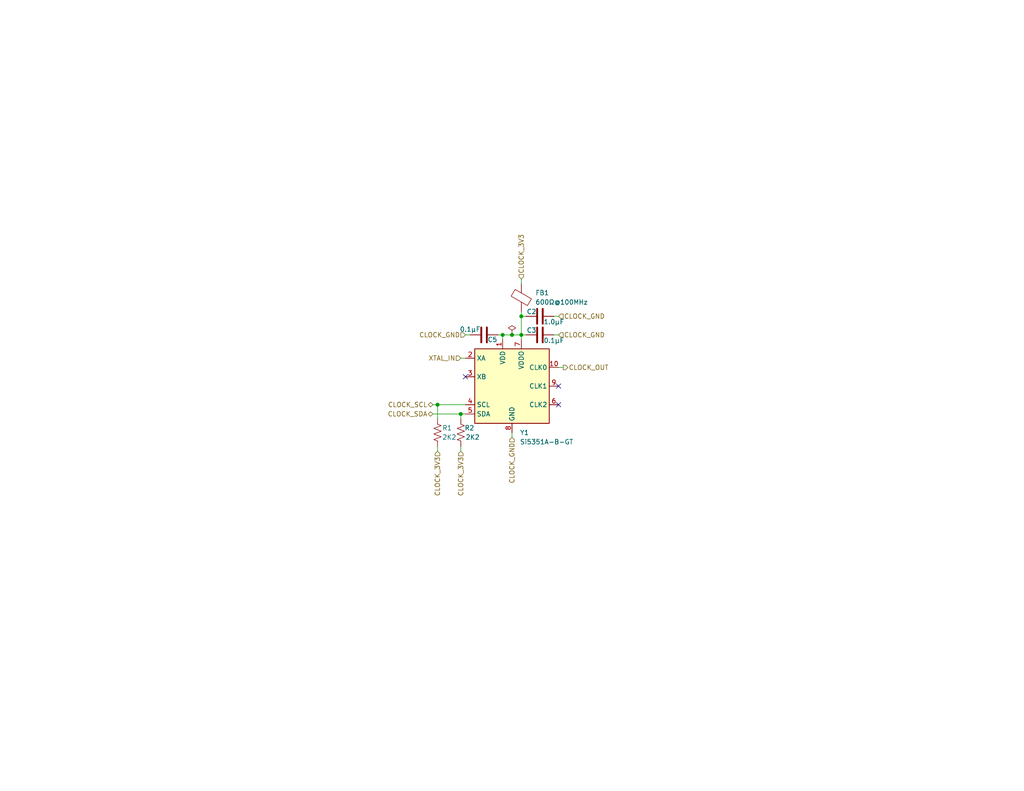
<source format=kicad_sch>
(kicad_sch (version 20250114) (generator "eeschema") (generator_version "9.0")
  (paper "A")
  (title_block (title "Si5351 Clock Generator Circuit") (date "2026-02-03") (rev "0") (company "Lee C. Bussy [AA0NT]"))
  (lib_symbols
    (symbol "Device:C" (pin_numbers (hide yes)) (pin_names (offset 0.254))
      (property "Reference" "C" (at 0.635 2.54 0))
      (property "Value" "C" (at 0.635 -2.54 0))
      (symbol "C_0_1"
        (polyline (pts (xy -2.032 0.762) (xy 2.032 0.762)) (stroke (width 0.508)))
        (polyline (pts (xy -2.032 -0.762) (xy 2.032 -0.762)) (stroke (width 0.508)))
      )
      (symbol "C_1_1"
        (pin passive line (at 0 3.81 270) (length 2.794) (name "~") (number "1"))
        (pin passive line (at 0 -3.81 90) (length 2.794) (name "~") (number "2"))
      )
    )
    (symbol "Device:FerriteBead" (pin_numbers (hide yes)) (pin_names (offset 0))
      (property "Reference" "FB" (at -3.81 0.635 90))
      (property "Value" "FerriteBead" (at 3.81 0 90))
      (symbol "FerriteBead_0_1"
        (polyline (pts (xy -2.7686 0.4064) (xy -1.7018 2.2606) (xy 2.7686 -0.3048) (xy 1.6764 -2.159) (xy -2.7686 0.4064)))
        (polyline (pts (xy 0 1.27) (xy 0 1.2954)))
        (polyline (pts (xy 0 -1.27) (xy 0 -1.2192)))
      )
      (symbol "FerriteBead_1_1"
        (pin passive line (at 0 3.81 270) (length 2.54) (name "~") (number "1"))
        (pin passive line (at 0 -3.81 90) (length 2.54) (name "~") (number "2"))
      )
    )
    (symbol "Device:R_US" (pin_numbers (hide yes)) (pin_names (offset 0))
      (property "Reference" "R" (at 2.54 0 90))
      (property "Value" "R_US" (at -2.54 0 90))
      (symbol "R_US_0_1"
        (polyline (pts (xy 0 2.286) (xy 0 2.54)))
        (polyline (pts (xy 0 2.286) (xy 1.016 1.905) (xy 0 1.524) (xy -1.016 1.143) (xy 0 0.762)))
        (polyline (pts (xy 0 0.762) (xy 1.016 0.381) (xy 0 0) (xy -1.016 -0.381) (xy 0 -0.762)))
        (polyline (pts (xy 0 -0.762) (xy 1.016 -1.143) (xy 0 -1.524) (xy -1.016 -1.905) (xy 0 -2.286)))
        (polyline (pts (xy 0 -2.286) (xy 0 -2.54)))
      )
      (symbol "R_US_1_1"
        (pin passive line (at 0 3.81 270) (length 1.27) (name "~") (number "1"))
        (pin passive line (at 0 -3.81 90) (length 1.27) (name "~") (number "2"))
      )
    )
    (symbol "Oscillator:Si5351A-B-GT"
      (property "Reference" "Y" (at -8.89 11.43 0))
      (property "Value" "Si5351A-B-GT" (at -12.7 -12.7 0))
      (symbol "Si5351A-B-GT_0_1"
        (rectangle (start -10.16 10.16) (end 10.16 -10.16) (stroke (width 0.254)) (fill (type background)))
      )
      (symbol "Si5351A-B-GT_1_1"
        (pin input line (at -12.7 7.62 0) (length 2.54) (name "XA") (number "2"))
        (pin input line (at -12.7 2.54 0) (length 2.54) (name "XB") (number "3"))
        (pin input line (at -12.7 -5.08 0) (length 2.54) (name "SCL") (number "4"))
        (pin bidirectional line (at -12.7 -7.62 0) (length 2.54) (name "SDA") (number "5"))
        (pin power_in line (at -2.54 12.7 270) (length 2.54) (name "VDD") (number "1"))
        (pin power_in line (at 0 -12.7 90) (length 2.54) (name "GND") (number "8"))
        (pin power_in line (at 2.54 12.7 270) (length 2.54) (name "VDDO") (number "7"))
        (pin output line (at 12.7 5.08 180) (length 2.54) (name "CLK0") (number "10"))
        (pin output line (at 12.7 0 180) (length 2.54) (name "CLK1") (number "9"))
        (pin output line (at 12.7 -5.08 180) (length 2.54) (name "CLK2") (number "6"))
      )
    )
    (symbol "power:PWR_FLAG" (power) (pin_numbers (hide yes)) (pin_names (offset 0) (hide yes))
      (property "Value" "PWR_FLAG" (at 0 3.81 0))
      (symbol "PWR_FLAG_0_0"
        (pin power_out line (at 0 0 90) (length 0) (name "~") (number "1"))
      )
      (symbol "PWR_FLAG_0_1"
        (polyline (pts (xy 0 0) (xy 0 1.27) (xy -1.016 1.905) (xy 0 2.54) (xy 1.016 1.905) (xy 0 1.27)))
      )
    )
  )
  (junction (at 139.7 91.44))
  (junction (at 142.24 86.36))
  (junction (at 125.73 113.03))
  (junction (at 119.38 110.49))
  (junction (at 137.16 91.44))
  (junction (at 142.24 91.44))
  (no_connect (at 127 102.87))
  (no_connect (at 152.4 110.49))
  (no_connect (at 152.4 105.41))
  (wire (pts (xy 119.38 110.49) (xy 127 110.49)))
  (wire (pts (xy 142.24 92.71) (xy 142.24 91.44)))
  (wire (pts (xy 153.67 100.33) (xy 152.4 100.33)))
  (wire (pts (xy 118.11 113.03) (xy 125.73 113.03)))
  (wire (pts (xy 125.73 113.03) (xy 125.73 114.3)))
  (wire (pts (xy 128.27 91.44) (xy 127 91.44)))
  (wire (pts (xy 142.24 86.36) (xy 142.24 91.44)))
  (wire (pts (xy 151.13 86.36) (xy 152.4 86.36)))
  (wire (pts (xy 118.11 110.49) (xy 119.38 110.49)))
  (wire (pts (xy 142.24 85.09) (xy 142.24 86.36)))
  (wire (pts (xy 142.24 91.44) (xy 143.51 91.44)))
  (wire (pts (xy 139.7 91.44) (xy 142.24 91.44)))
  (wire (pts (xy 125.73 97.79) (xy 127 97.79)))
  (wire (pts (xy 139.7 118.11) (xy 139.7 119.38)))
  (wire (pts (xy 137.16 91.44) (xy 139.7 91.44)))
  (wire (pts (xy 127 113.03) (xy 125.73 113.03)))
  (wire (pts (xy 143.51 86.36) (xy 142.24 86.36)))
  (wire (pts (xy 137.16 92.71) (xy 137.16 91.44)))
  (wire (pts (xy 137.16 91.44) (xy 135.89 91.44)))
  (wire (pts (xy 151.13 91.44) (xy 152.4 91.44)))
  (wire (pts (xy 119.38 123.19) (xy 119.38 121.92)))
  (wire (pts (xy 119.38 114.3) (xy 119.38 110.49)))
  (wire (pts (xy 125.73 123.19) (xy 125.73 121.92)))
  (wire (pts (xy 142.24 77.47) (xy 142.24 76.2)))
  (hierarchical_label "CLOCK_GND" (shape input) (at 152.4 91.44 0))
  (hierarchical_label "CLOCK_3V3" (shape input) (at 125.73 123.19 270))
  (hierarchical_label "CLOCK_SDA" (shape bidirectional) (at 118.11 113.03 180))
  (hierarchical_label "CLOCK_OUT" (shape output) (at 153.67 100.33 0))
  (hierarchical_label "CLOCK_GND" (shape input) (at 139.7 119.38 270))
  (hierarchical_label "CLOCK_GND" (shape input) (at 127 91.44 180))
  (hierarchical_label "CLOCK_GND" (shape input) (at 152.4 86.36 0))
  (hierarchical_label "CLOCK_SCL" (shape bidirectional) (at 118.11 110.49 180))
  (hierarchical_label "CLOCK_3V3" (shape input) (at 142.24 76.2 90))
  (hierarchical_label "CLOCK_3V3" (shape input) (at 119.38 123.19 270))
  (hierarchical_label "XTAL_IN" (shape input) (at 125.73 97.79 180))
  (symbol (lib_id "Device:R_US") (at 119.38 118.11 0) (unit 1)
    (property "Reference" "R1" (at 120.65 116.84 0) (effects (justify left)))
    (property "Value" "2K2" (at 120.65 119.38 0) (effects (justify left)))
    (property "Description" "Resistor, US symbol" (effects (hide yes)))
  )
  (symbol (lib_id "Device:C") (at 132.08 91.44 270) (unit 1)
    (property "Reference" "C5" (at 134.366 92.71 90))
    (property "Value" "0.1µF" (at 128.27 89.916 90))
    (property "Description" "Unpolarized capacitor" (effects (hide yes)))
  )
  (symbol (lib_id "Device:FerriteBead") (at 142.24 81.28 0) (unit 1)
    (property "Reference" "FB1" (at 146.05 79.9591 0) (effects (justify left)))
    (property "Value" "600Ω@100MHz" (at 146.05 82.4991 0) (effects (justify left)))
    (property "Description" "Ferrite bead" (effects (hide yes)))
  )
  (symbol (lib_id "Device:C") (at 147.32 91.44 90) (unit 1)
    (property "Reference" "C3" (at 145.034 90.17 90))
    (property "Value" "0.1µF" (at 151.13 92.964 90))
    (property "Description" "Unpolarized capacitor" (effects (hide yes)))
  )
  (symbol (lib_id "power:PWR_FLAG") (at 139.7 91.44 0) (unit 1)
    (property "Reference" "#FLG08" (effects (hide yes)))
    (property "Value" "PWR_FLAG" (effects (hide yes)))
    (property "Description" "Special symbol for telling ERC where power comes from" (effects (hide yes)))
  )
  (symbol (lib_id "Device:C") (at 147.32 86.36 90) (unit 1)
    (property "Reference" "C2" (at 145.034 85.09 90))
    (property "Value" "1.0µF" (at 151.13 87.884 90))
    (property "Description" "Unpolarized capacitor" (effects (hide yes)))
  )
  (symbol (lib_id "Oscillator:Si5351A-B-GT") (at 139.7 105.41 0) (unit 1)
    (property "Reference" "Y1" (at 141.8433 118.11 0) (effects (justify left)))
    (property "Value" "Si5351A-B-GT" (at 141.8433 120.65 0) (effects (justify left)))
    (property "Footprint" "Package_SO:MSOP-10_3x3mm_P0.5mm" (effects (hide yes)))
    (property "Datasheet" "https://www.silabs.com/documents/public/data-sheets/Si5351-B.pdf" (effects (hide yes)))
    (property "Description" "I2C Programmable Any-Frequency CMOS Clock Generator, MSOP-10" (effects (hide yes)))
  )
  (symbol (lib_id "Device:R_US") (at 125.73 118.11 0) (unit 1)
    (property "Reference" "R2" (at 126.746 116.84 0) (effects (justify left)))
    (property "Value" "2K2" (at 127 119.38 0) (effects (justify left)))
    (property "Description" "Resistor, US symbol" (effects (hide yes)))
  )
)
</source>
